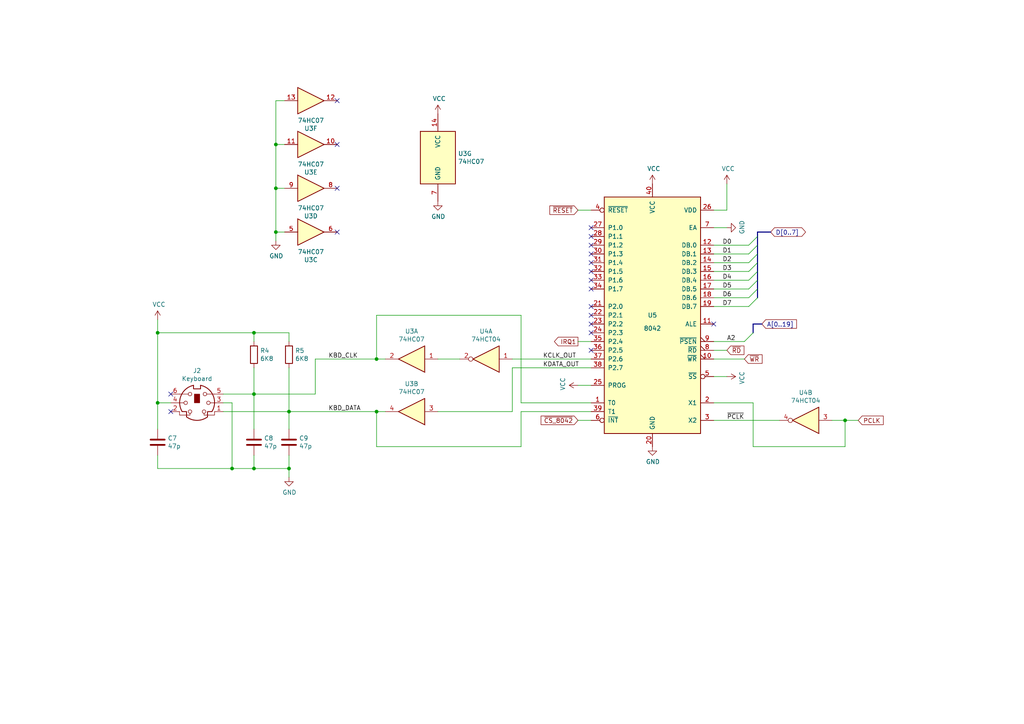
<source format=kicad_sch>
(kicad_sch (version 20230121) (generator eeschema)
  (paper "A4")
  (title_block (title "Mini8086 I/O board") (date "2020-11-05") (rev "1.2"))
  (lib_symbols
    (symbol "74xx:74HC04"
      (property "Reference" "U" (at 0 1.27 0))
      (property "Value" "74HC04" (at 0 -1.27 0))
      (symbol "74HC04_1_0"
        (polyline (pts (xy -3.81 3.81) (xy -3.81 -3.81) (xy 3.81 0) (xy -3.81 3.81)) (stroke (width 0.254)) (fill (type background)))
        (pin input line (at -7.62 0 0) (length 3.81) (name "~") (number "1"))
        (pin output inverted (at 7.62 0 180) (length 3.81) (name "~") (number "2"))
      )
      (symbol "74HC04_2_0"
        (polyline (pts (xy -3.81 3.81) (xy -3.81 -3.81) (xy 3.81 0) (xy -3.81 3.81)) (stroke (width 0.254)) (fill (type background)))
        (pin input line (at -7.62 0 0) (length 3.81) (name "~") (number "3"))
        (pin output inverted (at 7.62 0 180) (length 3.81) (name "~") (number "4"))
      )
      (symbol "74HC04_3_0"
        (polyline (pts (xy -3.81 3.81) (xy -3.81 -3.81) (xy 3.81 0) (xy -3.81 3.81)) (stroke (width 0.254)) (fill (type background)))
        (pin input line (at -7.62 0 0) (length 3.81) (name "~") (number "5"))
        (pin output inverted (at 7.62 0 180) (length 3.81) (name "~") (number "6"))
      )
      (symbol "74HC04_4_0"
        (polyline (pts (xy -3.81 3.81) (xy -3.81 -3.81) (xy 3.81 0) (xy -3.81 3.81)) (stroke (width 0.254)) (fill (type background)))
        (pin output inverted (at 7.62 0 180) (length 3.81) (name "~") (number "8"))
        (pin input line (at -7.62 0 0) (length 3.81) (name "~") (number "9"))
      )
      (symbol "74HC04_5_0"
        (polyline (pts (xy -3.81 3.81) (xy -3.81 -3.81) (xy 3.81 0) (xy -3.81 3.81)) (stroke (width 0.254)) (fill (type background)))
        (pin output inverted (at 7.62 0 180) (length 3.81) (name "~") (number "10"))
        (pin input line (at -7.62 0 0) (length 3.81) (name "~") (number "11"))
      )
      (symbol "74HC04_6_0"
        (polyline (pts (xy -3.81 3.81) (xy -3.81 -3.81) (xy 3.81 0) (xy -3.81 3.81)) (stroke (width 0.254)) (fill (type background)))
        (pin output inverted (at 7.62 0 180) (length 3.81) (name "~") (number "12"))
        (pin input line (at -7.62 0 0) (length 3.81) (name "~") (number "13"))
      )
      (symbol "74HC04_7_0"
        (pin power_in line (at 0 12.7 270) (length 5.08) (name "VCC") (number "14"))
        (pin power_in line (at 0 -12.7 90) (length 5.08) (name "GND") (number "7"))
      )
      (symbol "74HC04_7_1"
        (rectangle (start -5.08 7.62) (end 5.08 -7.62) (stroke (width 0.254)) (fill (type background)))
      )
    )
    (symbol "74xx:SN74LS07N" (pin_names (offset 1.016))
      (property "Reference" "U" (at 0 1.27 0))
      (property "Value" "SN74LS07N" (at 0 -1.27 0))
      (symbol "SN74LS07N_1_0"
        (polyline (pts (xy -3.81 3.81) (xy -3.81 -3.81) (xy 3.81 0) (xy -3.81 3.81)) (stroke (width 0.254)) (fill (type background)))
        (pin input line (at -7.62 0 0) (length 3.81) (name "~") (number "1"))
        (pin open_collector line (at 7.62 0 180) (length 3.81) (name "~") (number "2"))
      )
      (symbol "SN74LS07N_2_0"
        (polyline (pts (xy -3.81 3.81) (xy -3.81 -3.81) (xy 3.81 0) (xy -3.81 3.81)) (stroke (width 0.254)) (fill (type background)))
        (pin input line (at -7.62 0 0) (length 3.81) (name "~") (number "3"))
        (pin open_collector line (at 7.62 0 180) (length 3.81) (name "~") (number "4"))
      )
      (symbol "SN74LS07N_3_0"
        (polyline (pts (xy -3.81 3.81) (xy -3.81 -3.81) (xy 3.81 0) (xy -3.81 3.81)) (stroke (width 0.254)) (fill (type background)))
        (pin input line (at -7.62 0 0) (length 3.81) (name "~") (number "5"))
        (pin open_collector line (at 7.62 0 180) (length 3.81) (name "~") (number "6"))
      )
      (symbol "SN74LS07N_4_0"
        (polyline (pts (xy -3.81 3.81) (xy -3.81 -3.81) (xy 3.81 0) (xy -3.81 3.81)) (stroke (width 0.254)) (fill (type background)))
        (pin open_collector line (at 7.62 0 180) (length 3.81) (name "~") (number "8"))
        (pin input line (at -7.62 0 0) (length 3.81) (name "~") (number "9"))
      )
      (symbol "SN74LS07N_5_0"
        (polyline (pts (xy -3.81 3.81) (xy -3.81 -3.81) (xy 3.81 0) (xy -3.81 3.81)) (stroke (width 0.254)) (fill (type background)))
        (pin open_collector line (at 7.62 0 180) (length 3.81) (name "~") (number "10"))
        (pin input line (at -7.62 0 0) (length 3.81) (name "~") (number "11"))
      )
      (symbol "SN74LS07N_6_0"
        (polyline (pts (xy -3.81 3.81) (xy -3.81 -3.81) (xy 3.81 0) (xy -3.81 3.81)) (stroke (width 0.254)) (fill (type background)))
        (pin open_collector line (at 7.62 0 180) (length 3.81) (name "~") (number "12"))
        (pin input line (at -7.62 0 0) (length 3.81) (name "~") (number "13"))
      )
      (symbol "SN74LS07N_7_0"
        (pin power_in line (at 0 12.7 270) (length 5.08) (name "VCC") (number "14"))
        (pin power_in line (at 0 -12.7 90) (length 5.08) (name "GND") (number "7"))
      )
      (symbol "SN74LS07N_7_1"
        (rectangle (start -5.08 7.62) (end 5.08 -7.62) (stroke (width 0.254)) (fill (type background)))
      )
    )
    (symbol "Connector:Mini-DIN-6" (pin_names (offset 1.016))
      (property "Reference" "J" (at 0 6.35 0))
      (property "Value" "Mini-DIN-6" (at 0 -6.35 0))
      (symbol "Mini-DIN-6_0_1"
        (circle (center -3.302 0) (radius 0.508))
        (arc (start -3.048 -4.064) (mid 0 -5.08) (end 3.048 -4.064) (stroke (width 0.254)))
        (circle (center -2.032 -2.54) (radius 0.508))
        (circle (center -2.032 2.54) (radius 0.508))
        (arc (start -1.016 5.08) (mid -4.6228 2.1214) (end -4.318 -2.54) (stroke (width 0.254)))
        (rectangle (start -0.762 2.54) (end 0.762 0) (fill (type outline)))
        (polyline (pts (xy -3.81 0) (xy -5.08 0)))
        (polyline (pts (xy -2.54 2.54) (xy -5.08 2.54)))
        (polyline (pts (xy 2.794 2.54) (xy 5.08 2.54)))
        (polyline (pts (xy 5.08 0) (xy 3.81 0)))
        (polyline (pts (xy -4.318 -2.54) (xy -3.048 -2.54) (xy -3.048 -4.064)) (stroke (width 0.254)))
        (polyline (pts (xy 4.318 -2.54) (xy 3.048 -2.54) (xy 3.048 -4.064)) (stroke (width 0.254)))
        (polyline (pts (xy -2.032 -3.048) (xy -2.032 -3.556) (xy -5.08 -3.556) (xy -5.08 -2.54)))
        (polyline (pts (xy -1.016 5.08) (xy -1.016 4.064) (xy 1.016 4.064) (xy 1.016 5.08)) (stroke (width 0.254)))
        (polyline (pts (xy 2.032 -3.048) (xy 2.032 -3.556) (xy 5.08 -3.556) (xy 5.08 -2.54)))
        (circle (center 2.032 -2.54) (radius 0.508))
        (circle (center 2.286 2.54) (radius 0.508))
        (circle (center 3.302 0) (radius 0.508))
        (arc (start 4.318 -2.54) (mid 4.6661 2.1322) (end 1.016 5.08) (stroke (width 0.254)))
      )
      (symbol "Mini-DIN-6_1_1"
        (pin passive line (at 7.62 -2.54 180) (length 2.54) (name "~") (number "1"))
        (pin passive line (at -7.62 -2.54 0) (length 2.54) (name "~") (number "2"))
        (pin passive line (at 7.62 0 180) (length 2.54) (name "~") (number "3"))
        (pin passive line (at -7.62 0 0) (length 2.54) (name "~") (number "4"))
        (pin passive line (at 7.62 2.54 180) (length 2.54) (name "~") (number "5"))
        (pin passive line (at -7.62 2.54 0) (length 2.54) (name "~") (number "6"))
      )
    )
    (symbol "Device:C" (pin_numbers hide) (pin_names (offset 0.254))
      (property "Reference" "C" (at 0.635 2.54 0))
      (property "Value" "C" (at 0.635 -2.54 0))
      (symbol "C_0_1"
        (polyline (pts (xy -2.032 -0.762) (xy 2.032 -0.762)) (stroke (width 0.508)))
        (polyline (pts (xy -2.032 0.762) (xy 2.032 0.762)) (stroke (width 0.508)))
      )
      (symbol "C_1_1"
        (pin passive line (at 0 3.81 270) (length 2.794) (name "~") (number "1"))
        (pin passive line (at 0 -3.81 90) (length 2.794) (name "~") (number "2"))
      )
    )
    (symbol "Device:R" (pin_numbers hide) (pin_names (offset 0))
      (property "Reference" "R" (at 2.032 0 90))
      (property "Value" "R" (at 0 0 90))
      (symbol "R_0_1"
        (rectangle (start -1.016 -2.54) (end 1.016 2.54) (stroke (width 0.254)))
      )
      (symbol "R_1_1"
        (pin passive line (at 0 3.81 270) (length 1.27) (name "~") (number "1"))
        (pin passive line (at 0 -3.81 90) (length 1.27) (name "~") (number "2"))
      )
    )
    (symbol "MCU_Intel:8040" (pin_names (offset 1.016))
      (property "Reference" "U" (at -13.97 35.56 0))
      (property "Value" "8040" (at 8.89 35.56 0))
      (symbol "8040_1_1"
        (rectangle (start -13.97 -34.29) (end 13.97 34.29) (stroke (width 0.254)) (fill (type background)))
        (pin input line (at -17.78 -25.4 0) (length 3.81) (name "T0") (number "1"))
        (pin output output_low (at 17.78 -12.7 180) (length 3.81) (name "~{WR}") (number "10"))
        (pin output line (at 17.78 -2.54 180) (length 3.81) (name "ALE") (number "11"))
        (pin bidirectional line (at 17.78 20.32 180) (length 3.81) (name "DB.0") (number "12"))
        (pin bidirectional line (at 17.78 17.78 180) (length 3.81) (name "DB.1") (number "13"))
        (pin bidirectional line (at 17.78 15.24 180) (length 3.81) (name "DB.2") (number "14"))
        (pin bidirectional line (at 17.78 12.7 180) (length 3.81) (name "DB.3") (number "15"))
        (pin bidirectional line (at 17.78 10.16 180) (length 3.81) (name "DB.4") (number "16"))
        (pin bidirectional line (at 17.78 7.62 180) (length 3.81) (name "DB.5") (number "17"))
        (pin bidirectional line (at 17.78 5.08 180) (length 3.81) (name "DB.6") (number "18"))
        (pin bidirectional line (at 17.78 2.54 180) (length 3.81) (name "DB.7") (number "19"))
        (pin input line (at 17.78 -25.4 180) (length 3.81) (name "X1") (number "2"))
        (pin power_in line (at 0 -38.1 90) (length 3.81) (name "GND") (number "20"))
        (pin bidirectional line (at -17.78 2.54 0) (length 3.81) (name "P2.0") (number "21"))
        (pin bidirectional line (at -17.78 0 0) (length 3.81) (name "P2.1") (number "22"))
        (pin bidirectional line (at -17.78 -2.54 0) (length 3.81) (name "P2.2") (number "23"))
        (pin bidirectional line (at -17.78 -5.08 0) (length 3.81) (name "P2.3") (number "24"))
        (pin output line (at -17.78 -20.32 0) (length 3.81) (name "PROG") (number "25"))
        (pin power_in line (at 17.78 30.48 180) (length 3.81) (name "VDD") (number "26"))
        (pin bidirectional line (at -17.78 25.4 0) (length 3.81) (name "P1.0") (number "27"))
        (pin bidirectional line (at -17.78 22.86 0) (length 3.81) (name "P1.1") (number "28"))
        (pin bidirectional line (at -17.78 20.32 0) (length 3.81) (name "P1.2") (number "29"))
        (pin output line (at 17.78 -30.48 180) (length 3.81) (name "X2") (number "3"))
        (pin bidirectional line (at -17.78 17.78 0) (length 3.81) (name "P1.3") (number "30"))
        (pin bidirectional line (at -17.78 15.24 0) (length 3.81) (name "P1.4") (number "31"))
        (pin bidirectional line (at -17.78 12.7 0) (length 3.81) (name "P1.5") (number "32"))
        (pin bidirectional line (at -17.78 10.16 0) (length 3.81) (name "P1.6") (number "33"))
        (pin bidirectional line (at -17.78 7.62 0) (length 3.81) (name "P1.7") (number "34"))
        (pin bidirectional line (at -17.78 -7.62 0) (length 3.81) (name "P2.4") (number "35"))
        (pin bidirectional line (at -17.78 -10.16 0) (length 3.81) (name "P2.5") (number "36"))
        (pin bidirectional line (at -17.78 -12.7 0) (length 3.81) (name "P2.6") (number "37"))
        (pin bidirectional line (at -17.78 -15.24 0) (length 3.81) (name "P2.7") (number "38"))
        (pin input line (at -17.78 -27.94 0) (length 3.81) (name "T1") (number "39"))
        (pin input inverted (at -17.78 30.48 0) (length 3.81) (name "~{RESET}") (number "4"))
        (pin power_in line (at 0 38.1 270) (length 3.81) (name "VCC") (number "40"))
        (pin input inverted (at 17.78 -17.78 180) (length 3.81) (name "~{SS}") (number "5"))
        (pin input inverted (at -17.78 -30.48 0) (length 3.81) (name "~{INT}") (number "6"))
        (pin input line (at 17.78 25.4 180) (length 3.81) (name "EA") (number "7"))
        (pin output output_low (at 17.78 -10.16 180) (length 3.81) (name "~{RD}") (number "8"))
        (pin output output_low (at 17.78 -7.62 180) (length 3.81) (name "~{PSEN}") (number "9"))
      )
    )
    (symbol "power:GND" (power) (pin_names (offset 0))
      (property "Value" "GND" (at 0 -3.81 0))
      (symbol "GND_0_1"
        (polyline (pts (xy 0 0) (xy 0 -1.27) (xy 1.27 -1.27) (xy 0 -2.54) (xy -1.27 -1.27) (xy 0 -1.27)))
      )
      (symbol "GND_1_1"
        (pin power_in line (at 0 0 270) (length 0) hide (name "GND") (number "1"))
      )
    )
    (symbol "power:VCC" (power) (pin_names (offset 0))
      (property "Value" "VCC" (at 0 3.81 0))
      (symbol "VCC_0_1"
        (polyline (pts (xy -0.762 1.27) (xy 0 2.54)))
        (polyline (pts (xy 0 0) (xy 0 2.54)))
        (polyline (pts (xy 0 2.54) (xy 0.762 1.27)))
      )
      (symbol "VCC_1_1"
        (pin power_in line (at 0 0 90) (length 0) hide (name "VCC") (number "1"))
      )
    )
  )
  (junction (at 73.66 96.52))
  (junction (at 67.31 135.89))
  (junction (at 80.01 41.91))
  (junction (at 83.82 135.89))
  (junction (at 109.22 104.14))
  (junction (at 83.82 119.38))
  (junction (at 80.01 54.61))
  (junction (at 45.72 96.52))
  (junction (at 245.11 121.92))
  (junction (at 73.66 135.89))
  (junction (at 80.01 67.31))
  (junction (at 73.66 114.3))
  (junction (at 45.72 116.84))
  (junction (at 109.22 119.38))
  (no_connect (at 171.45 66.04))
  (no_connect (at 97.79 29.21))
  (no_connect (at 171.45 68.58))
  (no_connect (at 171.45 96.52))
  (no_connect (at 171.45 83.82))
  (no_connect (at 97.79 67.31))
  (no_connect (at 171.45 88.9))
  (no_connect (at 49.53 114.3))
  (no_connect (at 171.45 93.98))
  (no_connect (at 97.79 54.61))
  (no_connect (at 171.45 91.44))
  (no_connect (at 171.45 71.12))
  (no_connect (at 171.45 101.6))
  (no_connect (at 207.01 93.98))
  (no_connect (at 171.45 76.2))
  (no_connect (at 171.45 73.66))
  (no_connect (at 171.45 81.28))
  (no_connect (at 171.45 78.74))
  (no_connect (at 97.79 41.91))
  (no_connect (at 49.53 119.38))
  (bus_entry (at 217.17 71.12) (size 2.54 -2.54))
  (bus_entry (at 217.17 78.74) (size 2.54 -2.54))
  (bus_entry (at 217.17 88.9) (size 2.54 -2.54))
  (bus_entry (at 217.17 81.28) (size 2.54 -2.54))
  (bus_entry (at 217.17 73.66) (size 2.54 -2.54))
  (bus_entry (at 217.17 83.82) (size 2.54 -2.54))
  (bus_entry (at 217.17 76.2) (size 2.54 -2.54))
  (bus_entry (at 217.17 86.36) (size 2.54 -2.54))
  (bus_entry (at 215.9 99.06) (size 2.54 -2.54))
  (wire (pts (xy 109.22 104.14) (xy 109.22 91.44)))
  (wire (pts (xy 73.66 114.3) (xy 91.44 114.3)))
  (wire (pts (xy 151.13 91.44) (xy 151.13 116.84)))
  (wire (pts (xy 171.45 106.68) (xy 148.59 106.68)))
  (wire (pts (xy 64.77 116.84) (xy 67.31 116.84)))
  (wire (pts (xy 111.76 104.14) (xy 109.22 104.14)))
  (wire (pts (xy 83.82 124.46) (xy 83.82 119.38)))
  (wire (pts (xy 91.44 104.14) (xy 109.22 104.14)))
  (bus (pts (xy 219.71 76.2) (xy 219.71 78.74)))
  (wire (pts (xy 245.11 129.54) (xy 245.11 121.92)))
  (wire (pts (xy 82.55 29.21) (xy 80.01 29.21)))
  (wire (pts (xy 45.72 135.89) (xy 67.31 135.89)))
  (wire (pts (xy 80.01 67.31) (xy 80.01 69.85)))
  (wire (pts (xy 80.01 54.61) (xy 80.01 67.31)))
  (wire (pts (xy 167.64 121.92) (xy 171.45 121.92)))
  (wire (pts (xy 73.66 96.52) (xy 45.72 96.52)))
  (wire (pts (xy 64.77 119.38) (xy 83.82 119.38)))
  (wire (pts (xy 207.01 99.06) (xy 215.9 99.06)))
  (bus (pts (xy 219.71 68.58) (xy 219.71 71.12)))
  (wire (pts (xy 109.22 119.38) (xy 111.76 119.38)))
  (wire (pts (xy 82.55 41.91) (xy 80.01 41.91)))
  (wire (pts (xy 67.31 135.89) (xy 73.66 135.89)))
  (wire (pts (xy 45.72 132.08) (xy 45.72 135.89)))
  (wire (pts (xy 80.01 29.21) (xy 80.01 41.91)))
  (wire (pts (xy 109.22 91.44) (xy 151.13 91.44)))
  (wire (pts (xy 217.17 71.12) (xy 207.01 71.12)))
  (wire (pts (xy 83.82 135.89) (xy 83.82 138.43)))
  (wire (pts (xy 83.82 106.68) (xy 83.82 119.38)))
  (wire (pts (xy 82.55 54.61) (xy 80.01 54.61)))
  (wire (pts (xy 49.53 116.84) (xy 45.72 116.84)))
  (wire (pts (xy 207.01 86.36) (xy 217.17 86.36)))
  (wire (pts (xy 245.11 121.92) (xy 248.92 121.92)))
  (wire (pts (xy 73.66 106.68) (xy 73.66 114.3)))
  (wire (pts (xy 67.31 116.84) (xy 67.31 135.89)))
  (wire (pts (xy 217.17 81.28) (xy 207.01 81.28)))
  (bus (pts (xy 219.71 73.66) (xy 219.71 76.2)))
  (bus (pts (xy 218.44 93.98) (xy 220.98 93.98)))
  (wire (pts (xy 207.01 104.14) (xy 215.9 104.14)))
  (wire (pts (xy 80.01 41.91) (xy 80.01 54.61)))
  (wire (pts (xy 45.72 96.52) (xy 45.72 92.71)))
  (wire (pts (xy 73.66 132.08) (xy 73.66 135.89)))
  (bus (pts (xy 219.71 81.28) (xy 219.71 83.82)))
  (bus (pts (xy 219.71 67.31) (xy 223.52 67.31)))
  (bus (pts (xy 218.44 96.52) (xy 218.44 93.98)))
  (wire (pts (xy 148.59 106.68) (xy 148.59 119.38)))
  (wire (pts (xy 217.17 88.9) (xy 207.01 88.9)))
  (wire (pts (xy 167.64 111.76) (xy 171.45 111.76)))
  (wire (pts (xy 210.82 60.96) (xy 210.82 53.34)))
  (wire (pts (xy 148.59 119.38) (xy 127 119.38)))
  (wire (pts (xy 207.01 73.66) (xy 217.17 73.66)))
  (wire (pts (xy 171.45 99.06) (xy 167.64 99.06)))
  (wire (pts (xy 217.17 83.82) (xy 207.01 83.82)))
  (wire (pts (xy 151.13 116.84) (xy 171.45 116.84)))
  (bus (pts (xy 219.71 67.31) (xy 219.71 68.58)))
  (wire (pts (xy 207.01 116.84) (xy 218.44 116.84)))
  (wire (pts (xy 207.01 101.6) (xy 210.82 101.6)))
  (wire (pts (xy 73.66 99.06) (xy 73.66 96.52)))
  (wire (pts (xy 210.82 109.22) (xy 207.01 109.22)))
  (wire (pts (xy 151.13 119.38) (xy 151.13 129.54)))
  (wire (pts (xy 83.82 96.52) (xy 73.66 96.52)))
  (wire (pts (xy 133.35 104.14) (xy 127 104.14)))
  (wire (pts (xy 207.01 78.74) (xy 217.17 78.74)))
  (wire (pts (xy 245.11 121.92) (xy 241.3 121.92)))
  (wire (pts (xy 109.22 129.54) (xy 151.13 129.54)))
  (wire (pts (xy 83.82 135.89) (xy 83.82 132.08)))
  (wire (pts (xy 83.82 119.38) (xy 109.22 119.38)))
  (wire (pts (xy 45.72 116.84) (xy 45.72 124.46)))
  (wire (pts (xy 91.44 114.3) (xy 91.44 104.14)))
  (wire (pts (xy 217.17 76.2) (xy 207.01 76.2)))
  (wire (pts (xy 83.82 99.06) (xy 83.82 96.52)))
  (wire (pts (xy 64.77 114.3) (xy 73.66 114.3)))
  (bus (pts (xy 219.71 71.12) (xy 219.71 73.66)))
  (bus (pts (xy 219.71 78.74) (xy 219.71 81.28)))
  (bus (pts (xy 219.71 83.82) (xy 219.71 86.36)))
  (wire (pts (xy 226.06 121.92) (xy 207.01 121.92)))
  (wire (pts (xy 207.01 60.96) (xy 210.82 60.96)))
  (wire (pts (xy 171.45 104.14) (xy 148.59 104.14)))
  (wire (pts (xy 109.22 129.54) (xy 109.22 119.38)))
  (wire (pts (xy 82.55 67.31) (xy 80.01 67.31)))
  (wire (pts (xy 45.72 96.52) (xy 45.72 116.84)))
  (wire (pts (xy 171.45 119.38) (xy 151.13 119.38)))
  (wire (pts (xy 167.64 60.96) (xy 171.45 60.96)))
  (wire (pts (xy 207.01 66.04) (xy 210.82 66.04)))
  (wire (pts (xy 218.44 116.84) (xy 218.44 129.54)))
  (wire (pts (xy 218.44 129.54) (xy 245.11 129.54)))
  (wire (pts (xy 73.66 114.3) (xy 73.66 124.46)))
  (wire (pts (xy 73.66 135.89) (xy 83.82 135.89)))
  (label "~{PCLK}" (at 210.82 121.92 0))
  (label "D5" (at 209.55 83.82 0))
  (label "KCLK_OUT" (at 157.48 104.14 0))
  (label "D0" (at 209.55 71.12 0))
  (label "KBD_CLK" (at 95.25 104.14 0))
  (label "D3" (at 209.55 78.74 0))
  (label "KBD_DATA" (at 95.25 119.38 0))
  (label "D6" (at 209.55 86.36 0))
  (label "D2" (at 209.55 76.2 0))
  (label "D1" (at 209.55 73.66 0))
  (label "KDATA_OUT" (at 157.48 106.68 0))
  (label "D4" (at 209.55 81.28 0))
  (label "D7" (at 209.55 88.9 0))
  (label "A2" (at 210.82 99.06 0))
  (global_label "~{WR}" (shape input) (at 215.9 104.14 0) (property "Intersheetrefs" "${INTERSHEET_REFS}" (effects hide)))
  (global_label "A[0..19]" (shape input) (at 220.98 93.98 0) (property "Intersheetrefs" "${INTERSHEET_REFS}" (effects hide)))
  (global_label "~{RESET}" (shape input) (at 167.64 60.96 180) (property "Intersheetrefs" "${INTERSHEET_REFS}" (effects hide)))
  (global_label "IRQ1" (shape output) (at 167.64 99.06 180) (property "Intersheetrefs" "${INTERSHEET_REFS}" (effects hide)))
  (global_label "~{CS_8042}" (shape input) (at 167.64 121.92 180) (property "Intersheetrefs" "${INTERSHEET_REFS}" (effects hide)))
  (global_label "~{RD}" (shape input) (at 210.82 101.6 0) (property "Intersheetrefs" "${INTERSHEET_REFS}" (effects hide)))
  (global_label "PCLK" (shape input) (at 248.92 121.92 0) (property "Intersheetrefs" "${INTERSHEET_REFS}" (effects hide)))
  (global_label "D[0..7]" (shape bidirectional) (at 223.52 67.31 0) (property "Intersheetrefs" "${INTERSHEET_REFS}" (effects hide)))
  (symbol (lib_id "MCU_Intel:8040") (at 189.23 91.44 0) (unit 1)
    (property "Reference" "U5" (at 189.23 91.44 0))
    (property "Value" "8042" (at 189.23 95.25 0))
    (property "Footprint" "Package_DIP:DIP-40_W15.24mm_Socket_LongPads" (effects hide))
  )
  (symbol (lib_id "power:GND") (at 189.23 129.54 0) (unit 1)
    (property "Reference" "#PWR016" (effects hide))
    (property "Value" "GND" (at 189.357 133.9342 0))
  )
  (symbol (lib_id "power:VCC") (at 189.23 53.34 0) (unit 1)
    (property "Reference" "#PWR015" (effects hide))
    (property "Value" "VCC" (at 189.611 48.9458 0))
  )
  (symbol (lib_id "74xx:74HC04") (at 140.97 104.14 180) (unit 1)
    (property "Reference" "U4" (at 140.97 96.0882 0))
    (property "Value" "74HCT04" (at 140.97 98.3996 0))
    (property "Footprint" "Package_SO:SOIC-14_3.9x8.7mm_P1.27mm" (effects hide))
    (property "Datasheet" "https://assets.nexperia.com/documents/data-sheet/74HC_HCT04.pdf" (effects hide))
  )
  (symbol (lib_id "74xx:74HC04") (at 233.68 121.92 180) (unit 2)
    (property "Reference" "U4" (at 233.68 113.8682 0))
    (property "Value" "74HCT04" (at 233.68 116.1796 0))
    (property "Footprint" "Package_SO:SOIC-14_3.9x8.7mm_P1.27mm" (effects hide))
    (property "Datasheet" "https://assets.nexperia.com/documents/data-sheet/74HC_HCT04.pdf" (effects hide))
  )
  (symbol (lib_id "74xx:SN74LS07N") (at 119.38 104.14 180) (unit 1)
    (property "Reference" "U3" (at 119.38 96.0882 0))
    (property "Value" "74HC07" (at 119.38 98.3996 0))
    (property "Footprint" "Package_SO:SOIC-14_3.9x8.7mm_P1.27mm" (effects hide))
    (property "Datasheet" "https://assets.nexperia.com/documents/data-sheet/74HC_HCT04.pdf" (effects hide))
  )
  (symbol (lib_id "74xx:SN74LS07N") (at 119.38 119.38 180) (unit 2)
    (property "Reference" "U3" (at 119.38 111.3282 0))
    (property "Value" "74HC07" (at 119.38 113.6396 0))
    (property "Footprint" "Package_SO:SOIC-14_3.9x8.7mm_P1.27mm" (effects hide))
    (property "Datasheet" "https://assets.nexperia.com/documents/data-sheet/74HC_HCT04.pdf" (effects hide))
  )
  (symbol (lib_id "power:VCC") (at 210.82 53.34 0) (unit 1)
    (property "Reference" "#PWR017" (effects hide))
    (property "Value" "VCC" (at 211.201 48.9458 0))
  )
  (symbol (lib_id "power:GND") (at 210.82 66.04 90) (unit 1)
    (property "Reference" "#PWR018" (effects hide))
    (property "Value" "GND" (at 215.2142 65.913 0))
  )
  (symbol (lib_id "power:VCC") (at 210.82 109.22 270) (unit 1)
    (property "Reference" "#PWR019" (effects hide))
    (property "Value" "VCC" (at 215.2142 109.601 0))
  )
  (symbol (lib_id "power:VCC") (at 167.64 111.76 90) (unit 1)
    (property "Reference" "#PWR014" (effects hide))
    (property "Value" "VCC" (at 163.2458 111.379 0))
  )
  (symbol (lib_id "Connector:Mini-DIN-6") (at 57.15 116.84 0) (unit 1)
    (property "Reference" "J2" (at 57.15 107.5182 0))
    (property "Value" "Keyboard" (at 57.15 109.8296 0))
    (property "Footprint" "Mini8086:Mini_din6" (effects hide))
    (property "Datasheet" "http://service.powerdynamics.com/ec/Catalog17/Section%2011.pdf" (effects hide))
  )
  (symbol (lib_id "Device:C") (at 83.82 128.27 0) (unit 1)
    (property "Reference" "C9" (at 86.741 127.1016 0) (effects (justify left)))
    (property "Value" "47p" (at 86.741 129.413 0) (effects (justify left)))
    (property "Footprint" "Capacitor_SMD:C_1206_3216Metric" (effects hide))
  )
  (symbol (lib_id "Device:C") (at 73.66 128.27 0) (unit 1)
    (property "Reference" "C8" (at 76.581 127.1016 0) (effects (justify left)))
    (property "Value" "47p" (at 76.581 129.413 0) (effects (justify left)))
    (property "Footprint" "Capacitor_SMD:C_1206_3216Metric" (effects hide))
  )
  (symbol (lib_id "Device:R") (at 73.66 102.87 0) (unit 1)
    (property "Reference" "R4" (at 75.438 101.7016 0) (effects (justify left)))
    (property "Value" "6K8" (at 75.438 104.013 0) (effects (justify left)))
    (property "Footprint" "Resistor_SMD:R_1206_3216Metric" (effects hide))
  )
  (symbol (lib_id "Device:R") (at 83.82 102.87 0) (unit 1)
    (property "Reference" "R5" (at 85.598 101.7016 0) (effects (justify left)))
    (property "Value" "6K8" (at 85.598 104.013 0) (effects (justify left)))
    (property "Footprint" "Resistor_SMD:R_1206_3216Metric" (effects hide))
  )
  (symbol (lib_id "power:GND") (at 83.82 138.43 0) (unit 1)
    (property "Reference" "#PWR013" (effects hide))
    (property "Value" "GND" (at 83.947 142.8242 0))
  )
  (symbol (lib_id "Device:C") (at 45.72 128.27 0) (unit 1)
    (property "Reference" "C7" (at 48.641 127.1016 0) (effects (justify left)))
    (property "Value" "47p" (at 48.641 129.413 0) (effects (justify left)))
    (property "Footprint" "Capacitor_SMD:C_1206_3216Metric" (effects hide))
  )
  (symbol (lib_id "power:VCC") (at 45.72 92.71 0) (unit 1)
    (property "Reference" "#PWR012" (effects hide))
    (property "Value" "VCC" (at 46.101 88.3158 0))
  )
  (symbol (lib_id "74xx:SN74LS07N") (at 127 45.72 0) (unit 7)
    (property "Reference" "U3" (at 132.842 44.5516 0) (effects (justify left)))
    (property "Value" "74HC07" (at 132.842 46.863 0) (effects (justify left)))
    (property "Footprint" "Package_SO:SOIC-14_3.9x8.7mm_P1.27mm" (effects hide))
    (property "Datasheet" "https://assets.nexperia.com/documents/data-sheet/74HC_HCT04.pdf" (effects hide))
  )
  (symbol (lib_id "power:GND") (at 127 58.42 0) (unit 1)
    (property "Reference" "#PWR041" (effects hide))
    (property "Value" "GND" (at 127.127 62.8142 0))
  )
  (symbol (lib_id "power:VCC") (at 127 33.02 0) (unit 1)
    (property "Reference" "#PWR031" (effects hide))
    (property "Value" "VCC" (at 127.381 28.6258 0))
  )
  (symbol (lib_id "power:GND") (at 80.01 69.85 0) (unit 1)
    (property "Reference" "#PWR0116" (effects hide))
    (property "Value" "GND" (at 80.137 74.2442 0))
  )
  (symbol (lib_id "74xx:SN74LS07N") (at 90.17 67.31 0) (unit 3)
    (property "Reference" "U3" (at 90.17 75.3618 0))
    (property "Value" "74HC07" (at 90.17 73.0504 0))
    (property "Footprint" "Package_SO:SOIC-14_3.9x8.7mm_P1.27mm" (effects hide))
    (property "Datasheet" "https://assets.nexperia.com/documents/data-sheet/74HC_HCT04.pdf" (effects hide))
  )
  (symbol (lib_id "74xx:SN74LS07N") (at 90.17 54.61 0) (unit 4)
    (property "Reference" "U3" (at 90.17 62.6618 0))
    (property "Value" "74HC07" (at 90.17 60.3504 0))
    (property "Footprint" "Package_SO:SOIC-14_3.9x8.7mm_P1.27mm" (effects hide))
    (property "Datasheet" "https://assets.nexperia.com/documents/data-sheet/74HC_HCT04.pdf" (effects hide))
  )
  (symbol (lib_id "74xx:SN74LS07N") (at 90.17 41.91 0) (unit 5)
    (property "Reference" "U3" (at 90.17 49.9618 0))
    (property "Value" "74HC07" (at 90.17 47.6504 0))
    (property "Footprint" "Package_SO:SOIC-14_3.9x8.7mm_P1.27mm" (effects hide))
    (property "Datasheet" "https://assets.nexperia.com/documents/data-sheet/74HC_HCT04.pdf" (effects hide))
  )
  (symbol (lib_id "74xx:SN74LS07N") (at 90.17 29.21 0) (unit 6)
    (property "Reference" "U3" (at 90.17 37.2618 0))
    (property "Value" "74HC07" (at 90.17 34.9504 0))
    (property "Footprint" "Package_SO:SOIC-14_3.9x8.7mm_P1.27mm" (effects hide))
    (property "Datasheet" "https://assets.nexperia.com/documents/data-sheet/74HC_HCT04.pdf" (effects hide))
  )
)
</source>
